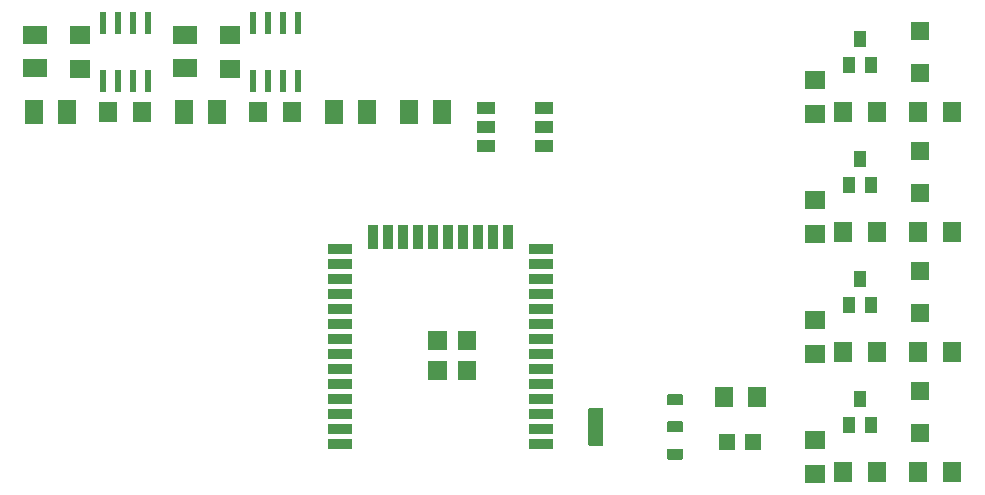
<source format=gbr>
%TF.GenerationSoftware,KiCad,Pcbnew,5.1.9-73d0e3b20d~88~ubuntu18.04.1*%
%TF.CreationDate,2021-01-30T02:03:27+01:00*%
%TF.ProjectId,terraesp,74657272-6165-4737-902e-6b696361645f,rev?*%
%TF.SameCoordinates,Original*%
%TF.FileFunction,Paste,Top*%
%TF.FilePolarity,Positive*%
%FSLAX46Y46*%
G04 Gerber Fmt 4.6, Leading zero omitted, Abs format (unit mm)*
G04 Created by KiCad (PCBNEW 5.1.9-73d0e3b20d~88~ubuntu18.04.1) date 2021-01-30 02:03:27*
%MOMM*%
%LPD*%
G01*
G04 APERTURE LIST*
%ADD10C,0.100000*%
%ADD11R,2.000000X0.900000*%
%ADD12R,0.900000X2.000000*%
%ADD13R,1.600000X2.000000*%
%ADD14R,1.000000X1.400000*%
%ADD15R,1.600000X1.803000*%
%ADD16R,1.803000X1.600000*%
%ADD17R,1.500000X1.500000*%
%ADD18R,1.447800X1.397000*%
%ADD19R,1.600000X1.800000*%
%ADD20R,1.500000X1.000000*%
%ADD21R,0.599100X1.901000*%
%ADD22R,2.000000X1.600000*%
G04 APERTURE END LIST*
D10*
%TO.C,U1*%
G36*
X124881100Y-117663600D02*
G01*
X123301100Y-117663600D01*
X123301100Y-119243600D01*
X124881100Y-119243600D01*
X124881100Y-117663600D01*
G37*
G36*
X122381100Y-117663600D02*
G01*
X120801100Y-117663600D01*
X120801100Y-119243600D01*
X122381100Y-119243600D01*
X122381100Y-117663600D01*
G37*
G36*
X122381100Y-115163600D02*
G01*
X120801100Y-115163600D01*
X120801100Y-116743600D01*
X122381100Y-116743600D01*
X122381100Y-115163600D01*
G37*
G36*
X124881100Y-115163600D02*
G01*
X123301100Y-115163600D01*
X123301100Y-116743600D01*
X124881100Y-116743600D01*
X124881100Y-115163600D01*
G37*
%TD*%
D11*
%TO.C,U1*%
X113341100Y-124703600D03*
X113341100Y-123433600D03*
X113341100Y-122163600D03*
X113341100Y-120893600D03*
X113341100Y-119623600D03*
X113341100Y-118353600D03*
X113341100Y-117083600D03*
X113341100Y-115813600D03*
X113341100Y-114543600D03*
X113341100Y-113273600D03*
X113341100Y-112003600D03*
X113341100Y-110733600D03*
X113341100Y-109463600D03*
X113341100Y-108193600D03*
D12*
X116126100Y-107193600D03*
X117396100Y-107193600D03*
X118666100Y-107193600D03*
X119936100Y-107193600D03*
X121206100Y-107193600D03*
X122476100Y-107193600D03*
X123746100Y-107193600D03*
X125016100Y-107193600D03*
X126286100Y-107193600D03*
X127556100Y-107193600D03*
D11*
X130341100Y-108193600D03*
X130341100Y-109463600D03*
X130341100Y-110733600D03*
X130341100Y-112003600D03*
X130341100Y-113273600D03*
X130341100Y-114543600D03*
X130341100Y-115813600D03*
X130341100Y-117083600D03*
X130341100Y-118353600D03*
X130341100Y-119623600D03*
X130341100Y-120893600D03*
X130341100Y-122163600D03*
X130341100Y-123433600D03*
X130341100Y-124703600D03*
%TD*%
D13*
%TO.C,R6*%
X121971100Y-96583600D03*
X119171100Y-96583600D03*
%TD*%
D14*
%TO.C,T4*%
X156451100Y-92603600D03*
X158351100Y-92603600D03*
X157401100Y-90403600D03*
%TD*%
D15*
%TO.C,R9*%
X158823100Y-96583600D03*
X155979100Y-96583600D03*
%TD*%
D16*
%TO.C,R10*%
X153591100Y-93891600D03*
X153591100Y-96735600D03*
%TD*%
D17*
%TO.C,LED4*%
X162481100Y-93253600D03*
X162481100Y-89753600D03*
%TD*%
D15*
%TO.C,R11*%
X162329100Y-96583600D03*
X165173100Y-96583600D03*
%TD*%
D14*
%TO.C,T1*%
X156451100Y-102763600D03*
X158351100Y-102763600D03*
X157401100Y-100563600D03*
%TD*%
D15*
%TO.C,R1*%
X158823100Y-106743600D03*
X155979100Y-106743600D03*
%TD*%
D16*
%TO.C,R2*%
X153591100Y-104051600D03*
X153591100Y-106895600D03*
%TD*%
D17*
%TO.C,LED1*%
X162481100Y-103413600D03*
X162481100Y-99913600D03*
%TD*%
D15*
%TO.C,R3*%
X162329100Y-106743600D03*
X165173100Y-106743600D03*
%TD*%
D14*
%TO.C,T2*%
X156451100Y-112923600D03*
X158351100Y-112923600D03*
X157401100Y-110723600D03*
%TD*%
D15*
%TO.C,R4*%
X158823100Y-116903600D03*
X155979100Y-116903600D03*
%TD*%
D16*
%TO.C,R7*%
X153591100Y-114211600D03*
X153591100Y-117055600D03*
%TD*%
D17*
%TO.C,LED2*%
X162481100Y-113573600D03*
X162481100Y-110073600D03*
%TD*%
D15*
%TO.C,R8*%
X162329100Y-116903600D03*
X165173100Y-116903600D03*
%TD*%
D14*
%TO.C,T3*%
X156451100Y-123083600D03*
X158351100Y-123083600D03*
X157401100Y-120883600D03*
%TD*%
D15*
%TO.C,R12*%
X158823100Y-127063600D03*
X155979100Y-127063600D03*
%TD*%
D16*
%TO.C,R13*%
X153591100Y-124371600D03*
X153591100Y-127215600D03*
%TD*%
D17*
%TO.C,LED3*%
X162481100Y-123733600D03*
X162481100Y-120233600D03*
%TD*%
D15*
%TO.C,R14*%
X162329100Y-127063600D03*
X165173100Y-127063600D03*
%TD*%
%TO.C,U2*%
G36*
G01*
X135562850Y-124873600D02*
X134449350Y-124873600D01*
G75*
G02*
X134351100Y-124775350I0J98250D01*
G01*
X134351100Y-121731850D01*
G75*
G02*
X134449350Y-121633600I98250J0D01*
G01*
X135562850Y-121633600D01*
G75*
G02*
X135661100Y-121731850I0J-98250D01*
G01*
X135661100Y-124775350D01*
G75*
G02*
X135562850Y-124873600I-98250J0D01*
G01*
G37*
G36*
G01*
X142281350Y-121428600D02*
X141110850Y-121428600D01*
G75*
G02*
X141041100Y-121358850I0J69750D01*
G01*
X141041100Y-120568350D01*
G75*
G02*
X141110850Y-120498600I69750J0D01*
G01*
X142281350Y-120498600D01*
G75*
G02*
X142351100Y-120568350I0J-69750D01*
G01*
X142351100Y-121358850D01*
G75*
G02*
X142281350Y-121428600I-69750J0D01*
G01*
G37*
G36*
G01*
X142281350Y-123718600D02*
X141110850Y-123718600D01*
G75*
G02*
X141041100Y-123648850I0J69750D01*
G01*
X141041100Y-122858350D01*
G75*
G02*
X141110850Y-122788600I69750J0D01*
G01*
X142281350Y-122788600D01*
G75*
G02*
X142351100Y-122858350I0J-69750D01*
G01*
X142351100Y-123648850D01*
G75*
G02*
X142281350Y-123718600I-69750J0D01*
G01*
G37*
G36*
G01*
X142281350Y-126008600D02*
X141110850Y-126008600D01*
G75*
G02*
X141041100Y-125938850I0J69750D01*
G01*
X141041100Y-125148350D01*
G75*
G02*
X141110850Y-125078600I69750J0D01*
G01*
X142281350Y-125078600D01*
G75*
G02*
X142351100Y-125148350I0J-69750D01*
G01*
X142351100Y-125938850D01*
G75*
G02*
X142281350Y-126008600I-69750J0D01*
G01*
G37*
%TD*%
D18*
%TO.C,C2*%
X146123500Y-124523600D03*
X148358700Y-124523600D03*
%TD*%
D19*
%TO.C,C3*%
X148641100Y-120713600D03*
X145841100Y-120713600D03*
%TD*%
D13*
%TO.C,R19*%
X112821100Y-96583600D03*
X115621100Y-96583600D03*
%TD*%
D20*
%TO.C,D1*%
X130641100Y-96253600D03*
X130641100Y-97853600D03*
X130641100Y-99453600D03*
X125741100Y-99453600D03*
X125741100Y-97853600D03*
X125741100Y-96253600D03*
%TD*%
D21*
%TO.C,U$2*%
X93266100Y-89048200D03*
X94536100Y-89048200D03*
X95806100Y-89048200D03*
X97076100Y-89048200D03*
X97076100Y-93959000D03*
X95806100Y-93959000D03*
X94536100Y-93959000D03*
X93266100Y-93959000D03*
%TD*%
D16*
%TO.C,R20*%
X91361100Y-90081600D03*
X91361100Y-92925600D03*
%TD*%
D22*
%TO.C,R21*%
X87551100Y-90103600D03*
X87551100Y-92903600D03*
%TD*%
D15*
%TO.C,R22*%
X93749100Y-96583600D03*
X96593100Y-96583600D03*
%TD*%
D13*
%TO.C,R23*%
X87421100Y-96583600D03*
X90221100Y-96583600D03*
%TD*%
D21*
%TO.C,U$3*%
X105966100Y-89048200D03*
X107236100Y-89048200D03*
X108506100Y-89048200D03*
X109776100Y-89048200D03*
X109776100Y-93959000D03*
X108506100Y-93959000D03*
X107236100Y-93959000D03*
X105966100Y-93959000D03*
%TD*%
D16*
%TO.C,R24*%
X104061100Y-90081600D03*
X104061100Y-92925600D03*
%TD*%
D22*
%TO.C,R25*%
X100251100Y-90103600D03*
X100251100Y-92903600D03*
%TD*%
D15*
%TO.C,R26*%
X106449100Y-96583600D03*
X109293100Y-96583600D03*
%TD*%
D13*
%TO.C,R27*%
X100121100Y-96583600D03*
X102921100Y-96583600D03*
%TD*%
M02*

</source>
